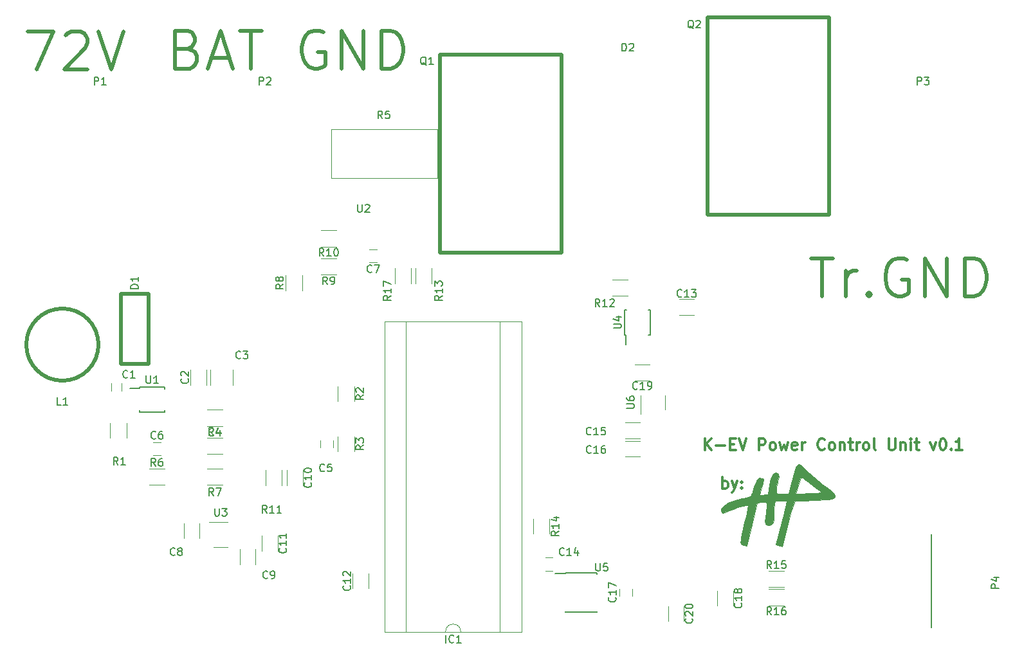
<source format=gto>
G04 #@! TF.FileFunction,Legend,Top*
%FSLAX46Y46*%
G04 Gerber Fmt 4.6, Leading zero omitted, Abs format (unit mm)*
G04 Created by KiCad (PCBNEW 4.0.4-stable) date 04/19/17 19:13:54*
%MOMM*%
%LPD*%
G01*
G04 APERTURE LIST*
%ADD10C,0.100000*%
%ADD11C,0.300000*%
%ADD12C,0.500000*%
%ADD13C,0.200000*%
%ADD14C,0.150000*%
%ADD15C,0.120000*%
%ADD16C,0.010000*%
G04 APERTURE END LIST*
D10*
D11*
X170581000Y-111549571D02*
X170581000Y-110049571D01*
X170581000Y-110621000D02*
X170723857Y-110549571D01*
X171009571Y-110549571D01*
X171152428Y-110621000D01*
X171223857Y-110692429D01*
X171295286Y-110835286D01*
X171295286Y-111263857D01*
X171223857Y-111406714D01*
X171152428Y-111478143D01*
X171009571Y-111549571D01*
X170723857Y-111549571D01*
X170581000Y-111478143D01*
X171795286Y-110549571D02*
X172152429Y-111549571D01*
X172509571Y-110549571D02*
X172152429Y-111549571D01*
X172009571Y-111906714D01*
X171938143Y-111978143D01*
X171795286Y-112049571D01*
X173081000Y-111406714D02*
X173152428Y-111478143D01*
X173081000Y-111549571D01*
X173009571Y-111478143D01*
X173081000Y-111406714D01*
X173081000Y-111549571D01*
X173081000Y-110621000D02*
X173152428Y-110692429D01*
X173081000Y-110763857D01*
X173009571Y-110692429D01*
X173081000Y-110621000D01*
X173081000Y-110763857D01*
X168237429Y-106469571D02*
X168237429Y-104969571D01*
X169094572Y-106469571D02*
X168451715Y-105612429D01*
X169094572Y-104969571D02*
X168237429Y-105826714D01*
X169737429Y-105898143D02*
X170880286Y-105898143D01*
X171594572Y-105683857D02*
X172094572Y-105683857D01*
X172308858Y-106469571D02*
X171594572Y-106469571D01*
X171594572Y-104969571D01*
X172308858Y-104969571D01*
X172737429Y-104969571D02*
X173237429Y-106469571D01*
X173737429Y-104969571D01*
X175380286Y-106469571D02*
X175380286Y-104969571D01*
X175951714Y-104969571D01*
X176094572Y-105041000D01*
X176166000Y-105112429D01*
X176237429Y-105255286D01*
X176237429Y-105469571D01*
X176166000Y-105612429D01*
X176094572Y-105683857D01*
X175951714Y-105755286D01*
X175380286Y-105755286D01*
X177094572Y-106469571D02*
X176951714Y-106398143D01*
X176880286Y-106326714D01*
X176808857Y-106183857D01*
X176808857Y-105755286D01*
X176880286Y-105612429D01*
X176951714Y-105541000D01*
X177094572Y-105469571D01*
X177308857Y-105469571D01*
X177451714Y-105541000D01*
X177523143Y-105612429D01*
X177594572Y-105755286D01*
X177594572Y-106183857D01*
X177523143Y-106326714D01*
X177451714Y-106398143D01*
X177308857Y-106469571D01*
X177094572Y-106469571D01*
X178094572Y-105469571D02*
X178380286Y-106469571D01*
X178666000Y-105755286D01*
X178951715Y-106469571D01*
X179237429Y-105469571D01*
X180380286Y-106398143D02*
X180237429Y-106469571D01*
X179951715Y-106469571D01*
X179808858Y-106398143D01*
X179737429Y-106255286D01*
X179737429Y-105683857D01*
X179808858Y-105541000D01*
X179951715Y-105469571D01*
X180237429Y-105469571D01*
X180380286Y-105541000D01*
X180451715Y-105683857D01*
X180451715Y-105826714D01*
X179737429Y-105969571D01*
X181094572Y-106469571D02*
X181094572Y-105469571D01*
X181094572Y-105755286D02*
X181166000Y-105612429D01*
X181237429Y-105541000D01*
X181380286Y-105469571D01*
X181523143Y-105469571D01*
X184023143Y-106326714D02*
X183951714Y-106398143D01*
X183737428Y-106469571D01*
X183594571Y-106469571D01*
X183380286Y-106398143D01*
X183237428Y-106255286D01*
X183166000Y-106112429D01*
X183094571Y-105826714D01*
X183094571Y-105612429D01*
X183166000Y-105326714D01*
X183237428Y-105183857D01*
X183380286Y-105041000D01*
X183594571Y-104969571D01*
X183737428Y-104969571D01*
X183951714Y-105041000D01*
X184023143Y-105112429D01*
X184880286Y-106469571D02*
X184737428Y-106398143D01*
X184666000Y-106326714D01*
X184594571Y-106183857D01*
X184594571Y-105755286D01*
X184666000Y-105612429D01*
X184737428Y-105541000D01*
X184880286Y-105469571D01*
X185094571Y-105469571D01*
X185237428Y-105541000D01*
X185308857Y-105612429D01*
X185380286Y-105755286D01*
X185380286Y-106183857D01*
X185308857Y-106326714D01*
X185237428Y-106398143D01*
X185094571Y-106469571D01*
X184880286Y-106469571D01*
X186023143Y-105469571D02*
X186023143Y-106469571D01*
X186023143Y-105612429D02*
X186094571Y-105541000D01*
X186237429Y-105469571D01*
X186451714Y-105469571D01*
X186594571Y-105541000D01*
X186666000Y-105683857D01*
X186666000Y-106469571D01*
X187166000Y-105469571D02*
X187737429Y-105469571D01*
X187380286Y-104969571D02*
X187380286Y-106255286D01*
X187451714Y-106398143D01*
X187594572Y-106469571D01*
X187737429Y-106469571D01*
X188237429Y-106469571D02*
X188237429Y-105469571D01*
X188237429Y-105755286D02*
X188308857Y-105612429D01*
X188380286Y-105541000D01*
X188523143Y-105469571D01*
X188666000Y-105469571D01*
X189380286Y-106469571D02*
X189237428Y-106398143D01*
X189166000Y-106326714D01*
X189094571Y-106183857D01*
X189094571Y-105755286D01*
X189166000Y-105612429D01*
X189237428Y-105541000D01*
X189380286Y-105469571D01*
X189594571Y-105469571D01*
X189737428Y-105541000D01*
X189808857Y-105612429D01*
X189880286Y-105755286D01*
X189880286Y-106183857D01*
X189808857Y-106326714D01*
X189737428Y-106398143D01*
X189594571Y-106469571D01*
X189380286Y-106469571D01*
X190737429Y-106469571D02*
X190594571Y-106398143D01*
X190523143Y-106255286D01*
X190523143Y-104969571D01*
X192451714Y-104969571D02*
X192451714Y-106183857D01*
X192523142Y-106326714D01*
X192594571Y-106398143D01*
X192737428Y-106469571D01*
X193023142Y-106469571D01*
X193166000Y-106398143D01*
X193237428Y-106326714D01*
X193308857Y-106183857D01*
X193308857Y-104969571D01*
X194023143Y-105469571D02*
X194023143Y-106469571D01*
X194023143Y-105612429D02*
X194094571Y-105541000D01*
X194237429Y-105469571D01*
X194451714Y-105469571D01*
X194594571Y-105541000D01*
X194666000Y-105683857D01*
X194666000Y-106469571D01*
X195380286Y-106469571D02*
X195380286Y-105469571D01*
X195380286Y-104969571D02*
X195308857Y-105041000D01*
X195380286Y-105112429D01*
X195451714Y-105041000D01*
X195380286Y-104969571D01*
X195380286Y-105112429D01*
X195880286Y-105469571D02*
X196451715Y-105469571D01*
X196094572Y-104969571D02*
X196094572Y-106255286D01*
X196166000Y-106398143D01*
X196308858Y-106469571D01*
X196451715Y-106469571D01*
X197951715Y-105469571D02*
X198308858Y-106469571D01*
X198666000Y-105469571D01*
X199523143Y-104969571D02*
X199666000Y-104969571D01*
X199808857Y-105041000D01*
X199880286Y-105112429D01*
X199951715Y-105255286D01*
X200023143Y-105541000D01*
X200023143Y-105898143D01*
X199951715Y-106183857D01*
X199880286Y-106326714D01*
X199808857Y-106398143D01*
X199666000Y-106469571D01*
X199523143Y-106469571D01*
X199380286Y-106398143D01*
X199308857Y-106326714D01*
X199237429Y-106183857D01*
X199166000Y-105898143D01*
X199166000Y-105541000D01*
X199237429Y-105255286D01*
X199308857Y-105112429D01*
X199380286Y-105041000D01*
X199523143Y-104969571D01*
X200666000Y-106326714D02*
X200737428Y-106398143D01*
X200666000Y-106469571D01*
X200594571Y-106398143D01*
X200666000Y-106326714D01*
X200666000Y-106469571D01*
X202166000Y-106469571D02*
X201308857Y-106469571D01*
X201737429Y-106469571D02*
X201737429Y-104969571D01*
X201594572Y-105183857D01*
X201451714Y-105326714D01*
X201308857Y-105398143D01*
D12*
X182270286Y-81208905D02*
X185127429Y-81208905D01*
X183698858Y-86208905D02*
X183698858Y-81208905D01*
X186794096Y-86208905D02*
X186794096Y-82875571D01*
X186794096Y-83827952D02*
X187032191Y-83351762D01*
X187270287Y-83113667D01*
X187746477Y-82875571D01*
X188222668Y-82875571D01*
X189889334Y-85732714D02*
X190127429Y-85970810D01*
X189889334Y-86208905D01*
X189651239Y-85970810D01*
X189889334Y-85732714D01*
X189889334Y-86208905D01*
X194889334Y-81447000D02*
X194413143Y-81208905D01*
X193698858Y-81208905D01*
X192984572Y-81447000D01*
X192508381Y-81923190D01*
X192270286Y-82399381D01*
X192032191Y-83351762D01*
X192032191Y-84066048D01*
X192270286Y-85018429D01*
X192508381Y-85494619D01*
X192984572Y-85970810D01*
X193698858Y-86208905D01*
X194175048Y-86208905D01*
X194889334Y-85970810D01*
X195127429Y-85732714D01*
X195127429Y-84066048D01*
X194175048Y-84066048D01*
X197270286Y-86208905D02*
X197270286Y-81208905D01*
X200127429Y-86208905D01*
X200127429Y-81208905D01*
X202508381Y-86208905D02*
X202508381Y-81208905D01*
X203698857Y-81208905D01*
X204413143Y-81447000D01*
X204889334Y-81923190D01*
X205127429Y-82399381D01*
X205365524Y-83351762D01*
X205365524Y-84066048D01*
X205127429Y-85018429D01*
X204889334Y-85494619D01*
X204413143Y-85970810D01*
X203698857Y-86208905D01*
X202508381Y-86208905D01*
X79153524Y-51363905D02*
X82486857Y-51363905D01*
X80344000Y-56363905D01*
X84153524Y-51840095D02*
X84391619Y-51602000D01*
X84867810Y-51363905D01*
X86058286Y-51363905D01*
X86534476Y-51602000D01*
X86772572Y-51840095D01*
X87010667Y-52316286D01*
X87010667Y-52792476D01*
X86772572Y-53506762D01*
X83915429Y-56363905D01*
X87010667Y-56363905D01*
X88439238Y-51363905D02*
X90105905Y-56363905D01*
X91772572Y-51363905D01*
X100196715Y-53617857D02*
X100911001Y-53855952D01*
X101149096Y-54094048D01*
X101387191Y-54570238D01*
X101387191Y-55284524D01*
X101149096Y-55760714D01*
X100911001Y-55998810D01*
X100434810Y-56236905D01*
X98530048Y-56236905D01*
X98530048Y-51236905D01*
X100196715Y-51236905D01*
X100672905Y-51475000D01*
X100911001Y-51713095D01*
X101149096Y-52189286D01*
X101149096Y-52665476D01*
X100911001Y-53141667D01*
X100672905Y-53379762D01*
X100196715Y-53617857D01*
X98530048Y-53617857D01*
X103291953Y-54808333D02*
X105672905Y-54808333D01*
X102815762Y-56236905D02*
X104482429Y-51236905D01*
X106149096Y-56236905D01*
X107101476Y-51236905D02*
X109958619Y-51236905D01*
X108530048Y-56236905D02*
X108530048Y-51236905D01*
X118053858Y-51475000D02*
X117577667Y-51236905D01*
X116863382Y-51236905D01*
X116149096Y-51475000D01*
X115672905Y-51951190D01*
X115434810Y-52427381D01*
X115196715Y-53379762D01*
X115196715Y-54094048D01*
X115434810Y-55046429D01*
X115672905Y-55522619D01*
X116149096Y-55998810D01*
X116863382Y-56236905D01*
X117339572Y-56236905D01*
X118053858Y-55998810D01*
X118291953Y-55760714D01*
X118291953Y-54094048D01*
X117339572Y-54094048D01*
X120434810Y-56236905D02*
X120434810Y-51236905D01*
X123291953Y-56236905D01*
X123291953Y-51236905D01*
X125672905Y-56236905D02*
X125672905Y-51236905D01*
X126863381Y-51236905D01*
X127577667Y-51475000D01*
X128053858Y-51951190D01*
X128291953Y-52427381D01*
X128530048Y-53379762D01*
X128530048Y-54094048D01*
X128291953Y-55046429D01*
X128053858Y-55522619D01*
X127577667Y-55998810D01*
X126863381Y-56236905D01*
X125672905Y-56236905D01*
D13*
X198071000Y-129798000D02*
X198071000Y-117598000D01*
D14*
X93829000Y-98147000D02*
X93829000Y-98322000D01*
X97179000Y-98147000D02*
X97179000Y-98397000D01*
X97179000Y-101497000D02*
X97179000Y-101247000D01*
X93829000Y-101497000D02*
X93829000Y-101247000D01*
X93829000Y-98147000D02*
X97179000Y-98147000D01*
X93829000Y-101497000D02*
X97179000Y-101497000D01*
X93829000Y-98322000D02*
X92579000Y-98322000D01*
X157710000Y-91337000D02*
X157885000Y-91337000D01*
X157710000Y-87987000D02*
X157960000Y-87987000D01*
X161060000Y-87987000D02*
X160810000Y-87987000D01*
X161060000Y-91337000D02*
X160810000Y-91337000D01*
X157710000Y-91337000D02*
X157710000Y-87987000D01*
X161060000Y-91337000D02*
X161060000Y-87987000D01*
X157885000Y-91337000D02*
X157885000Y-92587000D01*
D15*
X90125000Y-98671000D02*
X90125000Y-97671000D01*
X91485000Y-97671000D02*
X91485000Y-98671000D01*
D12*
X95018000Y-85883000D02*
X91418000Y-85883000D01*
X91418000Y-85983000D02*
X91418000Y-95083000D01*
X91418000Y-95083000D02*
X95018000Y-95083000D01*
X95018000Y-95083000D02*
X95018000Y-85983000D01*
D15*
X136130000Y-130390000D02*
X141310000Y-130390000D01*
X141310000Y-130390000D02*
X141310000Y-89510000D01*
X141310000Y-89510000D02*
X128950000Y-89510000D01*
X128950000Y-89510000D02*
X128950000Y-130390000D01*
X128950000Y-130390000D02*
X134130000Y-130390000D01*
X144140000Y-130390000D02*
X144140000Y-89510000D01*
X144140000Y-89510000D02*
X126120000Y-89510000D01*
X126120000Y-89510000D02*
X126120000Y-130390000D01*
X126120000Y-130390000D02*
X144140000Y-130390000D01*
X134130000Y-130390000D02*
G75*
G02X136130000Y-130390000I1000000J0D01*
G01*
D12*
X88443000Y-92583000D02*
G75*
G03X88443000Y-92583000I-4750000J0D01*
G01*
X149386000Y-54437000D02*
X133386000Y-54437000D01*
X133386000Y-80437000D02*
X149386000Y-80437000D01*
X133386000Y-80437000D02*
X133386000Y-54437000D01*
X149386000Y-80437000D02*
X149386000Y-54437000D01*
X168622000Y-75484000D02*
X184622000Y-75484000D01*
X184622000Y-49484000D02*
X168622000Y-49484000D01*
X184622000Y-49484000D02*
X184622000Y-75484000D01*
X168622000Y-49484000D02*
X168622000Y-75484000D01*
D15*
X89989000Y-104886000D02*
X89989000Y-102886000D01*
X92129000Y-102886000D02*
X92129000Y-104886000D01*
X119961000Y-100060000D02*
X119961000Y-98060000D01*
X122101000Y-98060000D02*
X122101000Y-100060000D01*
X119961000Y-106664000D02*
X119961000Y-104664000D01*
X122101000Y-104664000D02*
X122101000Y-106664000D01*
X102759000Y-101165000D02*
X104759000Y-101165000D01*
X104759000Y-103305000D02*
X102759000Y-103305000D01*
X133060000Y-64187000D02*
X119060000Y-64187000D01*
X133060000Y-70687000D02*
X119060000Y-70687000D01*
X119060000Y-70687000D02*
X119060000Y-64187000D01*
X133060000Y-64187000D02*
X133060000Y-70687000D01*
X97139000Y-111052000D02*
X95139000Y-111052000D01*
X95139000Y-108912000D02*
X97139000Y-108912000D01*
X104759000Y-111052000D02*
X102759000Y-111052000D01*
X102759000Y-108912000D02*
X104759000Y-108912000D01*
X115243000Y-83455000D02*
X115243000Y-85455000D01*
X113103000Y-85455000D02*
X113103000Y-83455000D01*
X119745000Y-83366000D02*
X117745000Y-83366000D01*
X117745000Y-81226000D02*
X119745000Y-81226000D01*
X117745000Y-77543000D02*
X119745000Y-77543000D01*
X119745000Y-79683000D02*
X117745000Y-79683000D01*
X110436000Y-111109000D02*
X110436000Y-109109000D01*
X112576000Y-109109000D02*
X112576000Y-111109000D01*
X156099000Y-84020000D02*
X158099000Y-84020000D01*
X158099000Y-86160000D02*
X156099000Y-86160000D01*
X130180000Y-84500000D02*
X130180000Y-82500000D01*
X132320000Y-82500000D02*
X132320000Y-84500000D01*
X145680000Y-117500000D02*
X145680000Y-115500000D01*
X147820000Y-115500000D02*
X147820000Y-117500000D01*
X178673000Y-124514000D02*
X176673000Y-124514000D01*
X176673000Y-122374000D02*
X178673000Y-122374000D01*
X176673000Y-124787000D02*
X178673000Y-124787000D01*
X178673000Y-126927000D02*
X176673000Y-126927000D01*
X103621000Y-119212000D02*
X105421000Y-119212000D01*
X105421000Y-115992000D02*
X102971000Y-115992000D01*
D14*
X149925000Y-122675000D02*
X149925000Y-122725000D01*
X154075000Y-122675000D02*
X154075000Y-122820000D01*
X154075000Y-127825000D02*
X154075000Y-127680000D01*
X149925000Y-127825000D02*
X149925000Y-127680000D01*
X149925000Y-122675000D02*
X154075000Y-122675000D01*
X149925000Y-127825000D02*
X154075000Y-127825000D01*
X149925000Y-122725000D02*
X148525000Y-122725000D01*
D15*
X127430000Y-84500000D02*
X127430000Y-82500000D01*
X129570000Y-82500000D02*
X129570000Y-84500000D01*
X163027000Y-101103000D02*
X163027000Y-99303000D01*
X159807000Y-99303000D02*
X159807000Y-101753000D01*
D16*
G36*
X180945149Y-108478943D02*
X181310643Y-108847644D01*
X181473844Y-109030140D01*
X181827641Y-109377128D01*
X182379196Y-109856808D01*
X183051266Y-110404218D01*
X183724075Y-110922637D01*
X184471913Y-111495978D01*
X184973381Y-111918213D01*
X185264797Y-112224735D01*
X185382483Y-112450937D01*
X185387670Y-112543737D01*
X185284335Y-112774330D01*
X184987113Y-112904322D01*
X184574315Y-112962201D01*
X183912590Y-113014251D01*
X183132518Y-113062019D01*
X182312970Y-113102387D01*
X181532809Y-113132243D01*
X180870904Y-113148471D01*
X180406121Y-113147954D01*
X180230628Y-113133781D01*
X180134363Y-113182809D01*
X180014631Y-113400698D01*
X179859379Y-113822476D01*
X179656553Y-114483169D01*
X179394099Y-115417804D01*
X179208751Y-116103145D01*
X178397957Y-119129068D01*
X177580140Y-118909934D01*
X178347107Y-116047574D01*
X178589777Y-115119479D01*
X178788989Y-114313754D01*
X178932616Y-113683249D01*
X179008526Y-113280816D01*
X179010378Y-113157429D01*
X178789943Y-113144568D01*
X178365644Y-113146274D01*
X178207322Y-113150139D01*
X177507963Y-113170634D01*
X177376698Y-114110894D01*
X177322293Y-114674580D01*
X177322377Y-115121361D01*
X177354712Y-115292388D01*
X177360002Y-115603691D01*
X177221471Y-116001741D01*
X176977576Y-116330301D01*
X176678607Y-116385427D01*
X176592691Y-116366361D01*
X176342467Y-116276528D01*
X176201608Y-116126854D01*
X176159685Y-115849184D01*
X176206275Y-115375363D01*
X176329445Y-114645611D01*
X176438571Y-113952351D01*
X176441896Y-113533275D01*
X176310129Y-113332658D01*
X176013975Y-113294774D01*
X175644825Y-113343212D01*
X175159895Y-113424321D01*
X174458299Y-116268533D01*
X173756702Y-119112743D01*
X173329153Y-118998107D01*
X173072041Y-118891931D01*
X172967226Y-118691030D01*
X172977735Y-118293872D01*
X173000928Y-118096737D01*
X173087923Y-117596041D01*
X173242276Y-116880845D01*
X173438996Y-116062483D01*
X173576228Y-115533634D01*
X173761135Y-114813602D01*
X173895964Y-114229273D01*
X173966172Y-113847963D01*
X173964985Y-113733894D01*
X173656456Y-113747012D01*
X173146614Y-113855936D01*
X172547471Y-114027934D01*
X171971041Y-114230278D01*
X171529338Y-114430238D01*
X171476908Y-114460897D01*
X170931043Y-114722962D01*
X170560227Y-114744744D01*
X170393790Y-114533042D01*
X170422987Y-114216613D01*
X170704933Y-113794341D01*
X171314568Y-113415810D01*
X172255020Y-113079483D01*
X173207903Y-112848026D01*
X173821209Y-112707990D01*
X174183811Y-112574032D01*
X174378916Y-112395692D01*
X174489734Y-112122514D01*
X174506898Y-112060323D01*
X174668400Y-111551149D01*
X174891612Y-110951440D01*
X174960895Y-110782041D01*
X175172145Y-110337556D01*
X175357259Y-110146471D01*
X175592888Y-110139494D01*
X175654922Y-110154656D01*
X175857759Y-110232407D01*
X175942896Y-110378291D01*
X175917635Y-110673566D01*
X175789277Y-111199491D01*
X175759005Y-111312920D01*
X175476411Y-112367574D01*
X176590809Y-112285372D01*
X176781403Y-111130628D01*
X176952226Y-110287108D01*
X177143423Y-109749727D01*
X177371927Y-109485980D01*
X177650416Y-109462199D01*
X177897147Y-109628843D01*
X177972789Y-109982585D01*
X177883967Y-110573016D01*
X177828489Y-110795226D01*
X177711772Y-111325794D01*
X177650770Y-111777227D01*
X177648190Y-111850154D01*
X177673321Y-112074280D01*
X177807554Y-112185312D01*
X178139492Y-112224588D01*
X178464151Y-112230845D01*
X179279965Y-112238974D01*
X179644752Y-110845974D01*
X180552250Y-111089137D01*
X180242871Y-112243756D01*
X181085756Y-112205769D01*
X181804468Y-112174164D01*
X182577650Y-112141282D01*
X182796505Y-112132225D01*
X183664368Y-112096669D01*
X182444079Y-111157608D01*
X181881864Y-110724681D01*
X181412122Y-110362446D01*
X181106832Y-110126430D01*
X181042710Y-110076533D01*
X180919389Y-110087169D01*
X180782290Y-110338800D01*
X180611883Y-110871742D01*
X180552250Y-111089137D01*
X179644752Y-110845974D01*
X179802219Y-110244656D01*
X180051097Y-109329227D01*
X180256359Y-108719259D01*
X180451476Y-108390434D01*
X180669915Y-108318434D01*
X180945149Y-108478943D01*
X180945149Y-108478943D01*
G37*
X180945149Y-108478943D02*
X181310643Y-108847644D01*
X181473844Y-109030140D01*
X181827641Y-109377128D01*
X182379196Y-109856808D01*
X183051266Y-110404218D01*
X183724075Y-110922637D01*
X184471913Y-111495978D01*
X184973381Y-111918213D01*
X185264797Y-112224735D01*
X185382483Y-112450937D01*
X185387670Y-112543737D01*
X185284335Y-112774330D01*
X184987113Y-112904322D01*
X184574315Y-112962201D01*
X183912590Y-113014251D01*
X183132518Y-113062019D01*
X182312970Y-113102387D01*
X181532809Y-113132243D01*
X180870904Y-113148471D01*
X180406121Y-113147954D01*
X180230628Y-113133781D01*
X180134363Y-113182809D01*
X180014631Y-113400698D01*
X179859379Y-113822476D01*
X179656553Y-114483169D01*
X179394099Y-115417804D01*
X179208751Y-116103145D01*
X178397957Y-119129068D01*
X177580140Y-118909934D01*
X178347107Y-116047574D01*
X178589777Y-115119479D01*
X178788989Y-114313754D01*
X178932616Y-113683249D01*
X179008526Y-113280816D01*
X179010378Y-113157429D01*
X178789943Y-113144568D01*
X178365644Y-113146274D01*
X178207322Y-113150139D01*
X177507963Y-113170634D01*
X177376698Y-114110894D01*
X177322293Y-114674580D01*
X177322377Y-115121361D01*
X177354712Y-115292388D01*
X177360002Y-115603691D01*
X177221471Y-116001741D01*
X176977576Y-116330301D01*
X176678607Y-116385427D01*
X176592691Y-116366361D01*
X176342467Y-116276528D01*
X176201608Y-116126854D01*
X176159685Y-115849184D01*
X176206275Y-115375363D01*
X176329445Y-114645611D01*
X176438571Y-113952351D01*
X176441896Y-113533275D01*
X176310129Y-113332658D01*
X176013975Y-113294774D01*
X175644825Y-113343212D01*
X175159895Y-113424321D01*
X174458299Y-116268533D01*
X173756702Y-119112743D01*
X173329153Y-118998107D01*
X173072041Y-118891931D01*
X172967226Y-118691030D01*
X172977735Y-118293872D01*
X173000928Y-118096737D01*
X173087923Y-117596041D01*
X173242276Y-116880845D01*
X173438996Y-116062483D01*
X173576228Y-115533634D01*
X173761135Y-114813602D01*
X173895964Y-114229273D01*
X173966172Y-113847963D01*
X173964985Y-113733894D01*
X173656456Y-113747012D01*
X173146614Y-113855936D01*
X172547471Y-114027934D01*
X171971041Y-114230278D01*
X171529338Y-114430238D01*
X171476908Y-114460897D01*
X170931043Y-114722962D01*
X170560227Y-114744744D01*
X170393790Y-114533042D01*
X170422987Y-114216613D01*
X170704933Y-113794341D01*
X171314568Y-113415810D01*
X172255020Y-113079483D01*
X173207903Y-112848026D01*
X173821209Y-112707990D01*
X174183811Y-112574032D01*
X174378916Y-112395692D01*
X174489734Y-112122514D01*
X174506898Y-112060323D01*
X174668400Y-111551149D01*
X174891612Y-110951440D01*
X174960895Y-110782041D01*
X175172145Y-110337556D01*
X175357259Y-110146471D01*
X175592888Y-110139494D01*
X175654922Y-110154656D01*
X175857759Y-110232407D01*
X175942896Y-110378291D01*
X175917635Y-110673566D01*
X175789277Y-111199491D01*
X175759005Y-111312920D01*
X175476411Y-112367574D01*
X176590809Y-112285372D01*
X176781403Y-111130628D01*
X176952226Y-110287108D01*
X177143423Y-109749727D01*
X177371927Y-109485980D01*
X177650416Y-109462199D01*
X177897147Y-109628843D01*
X177972789Y-109982585D01*
X177883967Y-110573016D01*
X177828489Y-110795226D01*
X177711772Y-111325794D01*
X177650770Y-111777227D01*
X177648190Y-111850154D01*
X177673321Y-112074280D01*
X177807554Y-112185312D01*
X178139492Y-112224588D01*
X178464151Y-112230845D01*
X179279965Y-112238974D01*
X179644752Y-110845974D01*
X180552250Y-111089137D01*
X180242871Y-112243756D01*
X181085756Y-112205769D01*
X181804468Y-112174164D01*
X182577650Y-112141282D01*
X182796505Y-112132225D01*
X183664368Y-112096669D01*
X182444079Y-111157608D01*
X181881864Y-110724681D01*
X181412122Y-110362446D01*
X181106832Y-110126430D01*
X181042710Y-110076533D01*
X180919389Y-110087169D01*
X180782290Y-110338800D01*
X180611883Y-110871742D01*
X180552250Y-111089137D01*
X179644752Y-110845974D01*
X179802219Y-110244656D01*
X180051097Y-109329227D01*
X180256359Y-108719259D01*
X180451476Y-108390434D01*
X180669915Y-108318434D01*
X180945149Y-108478943D01*
D15*
X124087000Y-81749000D02*
X125087000Y-81749000D01*
X125087000Y-80049000D02*
X124087000Y-80049000D01*
X119341000Y-106164000D02*
X119341000Y-105164000D01*
X117641000Y-105164000D02*
X117641000Y-106164000D01*
X100580000Y-95901000D02*
X100580000Y-97901000D01*
X102620000Y-97901000D02*
X102620000Y-95901000D01*
X103168000Y-95901000D02*
X103168000Y-97901000D01*
X106128000Y-97901000D02*
X106128000Y-95901000D01*
X96639000Y-105449000D02*
X95639000Y-105449000D01*
X95639000Y-107149000D02*
X96639000Y-107149000D01*
X104759000Y-104898000D02*
X102759000Y-104898000D01*
X102759000Y-106938000D02*
X104759000Y-106938000D01*
X101731000Y-118094000D02*
X101731000Y-116094000D01*
X99691000Y-116094000D02*
X99691000Y-118094000D01*
X109097000Y-121523000D02*
X109097000Y-119523000D01*
X107057000Y-119523000D02*
X107057000Y-121523000D01*
X112018000Y-119745000D02*
X112018000Y-117745000D01*
X109978000Y-117745000D02*
X109978000Y-119745000D01*
X121916000Y-122698000D02*
X121916000Y-124698000D01*
X123956000Y-124698000D02*
X123956000Y-122698000D01*
X115320000Y-111109000D02*
X115320000Y-109109000D01*
X113280000Y-109109000D02*
X113280000Y-111109000D01*
X148250000Y-120650000D02*
X147250000Y-120650000D01*
X147250000Y-122350000D02*
X148250000Y-122350000D01*
X157011000Y-124722000D02*
X157011000Y-125722000D01*
X158711000Y-125722000D02*
X158711000Y-124722000D01*
X165485000Y-129016000D02*
X165485000Y-127016000D01*
X163445000Y-127016000D02*
X163445000Y-129016000D01*
X171962000Y-126984000D02*
X171962000Y-124984000D01*
X169922000Y-124984000D02*
X169922000Y-126984000D01*
X159750000Y-105279000D02*
X157750000Y-105279000D01*
X157750000Y-107319000D02*
X159750000Y-107319000D01*
X159750000Y-102866000D02*
X157750000Y-102866000D01*
X157750000Y-104906000D02*
X159750000Y-104906000D01*
X159020000Y-97286000D02*
X161020000Y-97286000D01*
X161020000Y-95246000D02*
X159020000Y-95246000D01*
X166862000Y-86610000D02*
X164862000Y-86610000D01*
X164862000Y-88650000D02*
X166862000Y-88650000D01*
D14*
X206973381Y-124686095D02*
X205973381Y-124686095D01*
X205973381Y-124305142D01*
X206021000Y-124209904D01*
X206068619Y-124162285D01*
X206163857Y-124114666D01*
X206306714Y-124114666D01*
X206401952Y-124162285D01*
X206449571Y-124209904D01*
X206497190Y-124305142D01*
X206497190Y-124686095D01*
X206306714Y-123257523D02*
X206973381Y-123257523D01*
X205925762Y-123495619D02*
X206640048Y-123733714D01*
X206640048Y-123114666D01*
X94742095Y-96674381D02*
X94742095Y-97483905D01*
X94789714Y-97579143D01*
X94837333Y-97626762D01*
X94932571Y-97674381D01*
X95123048Y-97674381D01*
X95218286Y-97626762D01*
X95265905Y-97579143D01*
X95313524Y-97483905D01*
X95313524Y-96674381D01*
X96313524Y-97674381D02*
X95742095Y-97674381D01*
X96027809Y-97674381D02*
X96027809Y-96674381D01*
X95932571Y-96817238D01*
X95837333Y-96912476D01*
X95742095Y-96960095D01*
X156237381Y-90423905D02*
X157046905Y-90423905D01*
X157142143Y-90376286D01*
X157189762Y-90328667D01*
X157237381Y-90233429D01*
X157237381Y-90042952D01*
X157189762Y-89947714D01*
X157142143Y-89900095D01*
X157046905Y-89852476D01*
X156237381Y-89852476D01*
X156570714Y-88947714D02*
X157237381Y-88947714D01*
X156189762Y-89185810D02*
X156904048Y-89423905D01*
X156904048Y-88804857D01*
X92289334Y-96877143D02*
X92241715Y-96924762D01*
X92098858Y-96972381D01*
X92003620Y-96972381D01*
X91860762Y-96924762D01*
X91765524Y-96829524D01*
X91717905Y-96734286D01*
X91670286Y-96543810D01*
X91670286Y-96400952D01*
X91717905Y-96210476D01*
X91765524Y-96115238D01*
X91860762Y-96020000D01*
X92003620Y-95972381D01*
X92098858Y-95972381D01*
X92241715Y-96020000D01*
X92289334Y-96067619D01*
X93241715Y-96972381D02*
X92670286Y-96972381D01*
X92956000Y-96972381D02*
X92956000Y-95972381D01*
X92860762Y-96115238D01*
X92765524Y-96210476D01*
X92670286Y-96258095D01*
X93670381Y-85193095D02*
X92670381Y-85193095D01*
X92670381Y-84955000D01*
X92718000Y-84812142D01*
X92813238Y-84716904D01*
X92908476Y-84669285D01*
X93098952Y-84621666D01*
X93241810Y-84621666D01*
X93432286Y-84669285D01*
X93527524Y-84716904D01*
X93622762Y-84812142D01*
X93670381Y-84955000D01*
X93670381Y-85193095D01*
X93670381Y-83669285D02*
X93670381Y-84240714D01*
X93670381Y-83955000D02*
X92670381Y-83955000D01*
X92813238Y-84050238D01*
X92908476Y-84145476D01*
X92956095Y-84240714D01*
X157376905Y-53919381D02*
X157376905Y-52919381D01*
X157615000Y-52919381D01*
X157757858Y-52967000D01*
X157853096Y-53062238D01*
X157900715Y-53157476D01*
X157948334Y-53347952D01*
X157948334Y-53490810D01*
X157900715Y-53681286D01*
X157853096Y-53776524D01*
X157757858Y-53871762D01*
X157615000Y-53919381D01*
X157376905Y-53919381D01*
X158329286Y-53014619D02*
X158376905Y-52967000D01*
X158472143Y-52919381D01*
X158710239Y-52919381D01*
X158805477Y-52967000D01*
X158853096Y-53014619D01*
X158900715Y-53109857D01*
X158900715Y-53205095D01*
X158853096Y-53347952D01*
X158281667Y-53919381D01*
X158900715Y-53919381D01*
X134153810Y-131842381D02*
X134153810Y-130842381D01*
X135201429Y-131747143D02*
X135153810Y-131794762D01*
X135010953Y-131842381D01*
X134915715Y-131842381D01*
X134772857Y-131794762D01*
X134677619Y-131699524D01*
X134630000Y-131604286D01*
X134582381Y-131413810D01*
X134582381Y-131270952D01*
X134630000Y-131080476D01*
X134677619Y-130985238D01*
X134772857Y-130890000D01*
X134915715Y-130842381D01*
X135010953Y-130842381D01*
X135153810Y-130890000D01*
X135201429Y-130937619D01*
X136153810Y-131842381D02*
X135582381Y-131842381D01*
X135868095Y-131842381D02*
X135868095Y-130842381D01*
X135772857Y-130985238D01*
X135677619Y-131080476D01*
X135582381Y-131128095D01*
X83526334Y-100535381D02*
X83050143Y-100535381D01*
X83050143Y-99535381D01*
X84383477Y-100535381D02*
X83812048Y-100535381D01*
X84097762Y-100535381D02*
X84097762Y-99535381D01*
X84002524Y-99678238D01*
X83907286Y-99773476D01*
X83812048Y-99821095D01*
X87907905Y-58362381D02*
X87907905Y-57362381D01*
X88288858Y-57362381D01*
X88384096Y-57410000D01*
X88431715Y-57457619D01*
X88479334Y-57552857D01*
X88479334Y-57695714D01*
X88431715Y-57790952D01*
X88384096Y-57838571D01*
X88288858Y-57886190D01*
X87907905Y-57886190D01*
X89431715Y-58362381D02*
X88860286Y-58362381D01*
X89146000Y-58362381D02*
X89146000Y-57362381D01*
X89050762Y-57505238D01*
X88955524Y-57600476D01*
X88860286Y-57648095D01*
X109624905Y-58362381D02*
X109624905Y-57362381D01*
X110005858Y-57362381D01*
X110101096Y-57410000D01*
X110148715Y-57457619D01*
X110196334Y-57552857D01*
X110196334Y-57695714D01*
X110148715Y-57790952D01*
X110101096Y-57838571D01*
X110005858Y-57886190D01*
X109624905Y-57886190D01*
X110577286Y-57457619D02*
X110624905Y-57410000D01*
X110720143Y-57362381D01*
X110958239Y-57362381D01*
X111053477Y-57410000D01*
X111101096Y-57457619D01*
X111148715Y-57552857D01*
X111148715Y-57648095D01*
X111101096Y-57790952D01*
X110529667Y-58362381D01*
X111148715Y-58362381D01*
X196238905Y-58362381D02*
X196238905Y-57362381D01*
X196619858Y-57362381D01*
X196715096Y-57410000D01*
X196762715Y-57457619D01*
X196810334Y-57552857D01*
X196810334Y-57695714D01*
X196762715Y-57790952D01*
X196715096Y-57838571D01*
X196619858Y-57886190D01*
X196238905Y-57886190D01*
X197143667Y-57362381D02*
X197762715Y-57362381D01*
X197429381Y-57743333D01*
X197572239Y-57743333D01*
X197667477Y-57790952D01*
X197715096Y-57838571D01*
X197762715Y-57933810D01*
X197762715Y-58171905D01*
X197715096Y-58267143D01*
X197667477Y-58314762D01*
X197572239Y-58362381D01*
X197286524Y-58362381D01*
X197191286Y-58314762D01*
X197143667Y-58267143D01*
X131603762Y-55792619D02*
X131508524Y-55745000D01*
X131413286Y-55649762D01*
X131270429Y-55506905D01*
X131175190Y-55459286D01*
X131079952Y-55459286D01*
X131127571Y-55697381D02*
X131032333Y-55649762D01*
X130937095Y-55554524D01*
X130889476Y-55364048D01*
X130889476Y-55030714D01*
X130937095Y-54840238D01*
X131032333Y-54745000D01*
X131127571Y-54697381D01*
X131318048Y-54697381D01*
X131413286Y-54745000D01*
X131508524Y-54840238D01*
X131556143Y-55030714D01*
X131556143Y-55364048D01*
X131508524Y-55554524D01*
X131413286Y-55649762D01*
X131318048Y-55697381D01*
X131127571Y-55697381D01*
X132508524Y-55697381D02*
X131937095Y-55697381D01*
X132222809Y-55697381D02*
X132222809Y-54697381D01*
X132127571Y-54840238D01*
X132032333Y-54935476D01*
X131937095Y-54983095D01*
X166782762Y-50966619D02*
X166687524Y-50919000D01*
X166592286Y-50823762D01*
X166449429Y-50680905D01*
X166354190Y-50633286D01*
X166258952Y-50633286D01*
X166306571Y-50871381D02*
X166211333Y-50823762D01*
X166116095Y-50728524D01*
X166068476Y-50538048D01*
X166068476Y-50204714D01*
X166116095Y-50014238D01*
X166211333Y-49919000D01*
X166306571Y-49871381D01*
X166497048Y-49871381D01*
X166592286Y-49919000D01*
X166687524Y-50014238D01*
X166735143Y-50204714D01*
X166735143Y-50538048D01*
X166687524Y-50728524D01*
X166592286Y-50823762D01*
X166497048Y-50871381D01*
X166306571Y-50871381D01*
X167116095Y-49966619D02*
X167163714Y-49919000D01*
X167258952Y-49871381D01*
X167497048Y-49871381D01*
X167592286Y-49919000D01*
X167639905Y-49966619D01*
X167687524Y-50061857D01*
X167687524Y-50157095D01*
X167639905Y-50299952D01*
X167068476Y-50871381D01*
X167687524Y-50871381D01*
X91019334Y-108402381D02*
X90686000Y-107926190D01*
X90447905Y-108402381D02*
X90447905Y-107402381D01*
X90828858Y-107402381D01*
X90924096Y-107450000D01*
X90971715Y-107497619D01*
X91019334Y-107592857D01*
X91019334Y-107735714D01*
X90971715Y-107830952D01*
X90924096Y-107878571D01*
X90828858Y-107926190D01*
X90447905Y-107926190D01*
X91971715Y-108402381D02*
X91400286Y-108402381D01*
X91686000Y-108402381D02*
X91686000Y-107402381D01*
X91590762Y-107545238D01*
X91495524Y-107640476D01*
X91400286Y-107688095D01*
X123333381Y-99226666D02*
X122857190Y-99560000D01*
X123333381Y-99798095D02*
X122333381Y-99798095D01*
X122333381Y-99417142D01*
X122381000Y-99321904D01*
X122428619Y-99274285D01*
X122523857Y-99226666D01*
X122666714Y-99226666D01*
X122761952Y-99274285D01*
X122809571Y-99321904D01*
X122857190Y-99417142D01*
X122857190Y-99798095D01*
X122428619Y-98845714D02*
X122381000Y-98798095D01*
X122333381Y-98702857D01*
X122333381Y-98464761D01*
X122381000Y-98369523D01*
X122428619Y-98321904D01*
X122523857Y-98274285D01*
X122619095Y-98274285D01*
X122761952Y-98321904D01*
X123333381Y-98893333D01*
X123333381Y-98274285D01*
X123333381Y-105830666D02*
X122857190Y-106164000D01*
X123333381Y-106402095D02*
X122333381Y-106402095D01*
X122333381Y-106021142D01*
X122381000Y-105925904D01*
X122428619Y-105878285D01*
X122523857Y-105830666D01*
X122666714Y-105830666D01*
X122761952Y-105878285D01*
X122809571Y-105925904D01*
X122857190Y-106021142D01*
X122857190Y-106402095D01*
X122333381Y-105497333D02*
X122333381Y-104878285D01*
X122714333Y-105211619D01*
X122714333Y-105068761D01*
X122761952Y-104973523D01*
X122809571Y-104925904D01*
X122904810Y-104878285D01*
X123142905Y-104878285D01*
X123238143Y-104925904D01*
X123285762Y-104973523D01*
X123333381Y-105068761D01*
X123333381Y-105354476D01*
X123285762Y-105449714D01*
X123238143Y-105497333D01*
X103592334Y-104537381D02*
X103259000Y-104061190D01*
X103020905Y-104537381D02*
X103020905Y-103537381D01*
X103401858Y-103537381D01*
X103497096Y-103585000D01*
X103544715Y-103632619D01*
X103592334Y-103727857D01*
X103592334Y-103870714D01*
X103544715Y-103965952D01*
X103497096Y-104013571D01*
X103401858Y-104061190D01*
X103020905Y-104061190D01*
X104449477Y-103870714D02*
X104449477Y-104537381D01*
X104211381Y-103489762D02*
X103973286Y-104204048D01*
X104592334Y-104204048D01*
X125817334Y-62809381D02*
X125484000Y-62333190D01*
X125245905Y-62809381D02*
X125245905Y-61809381D01*
X125626858Y-61809381D01*
X125722096Y-61857000D01*
X125769715Y-61904619D01*
X125817334Y-61999857D01*
X125817334Y-62142714D01*
X125769715Y-62237952D01*
X125722096Y-62285571D01*
X125626858Y-62333190D01*
X125245905Y-62333190D01*
X126722096Y-61809381D02*
X126245905Y-61809381D01*
X126198286Y-62285571D01*
X126245905Y-62237952D01*
X126341143Y-62190333D01*
X126579239Y-62190333D01*
X126674477Y-62237952D01*
X126722096Y-62285571D01*
X126769715Y-62380810D01*
X126769715Y-62618905D01*
X126722096Y-62714143D01*
X126674477Y-62761762D01*
X126579239Y-62809381D01*
X126341143Y-62809381D01*
X126245905Y-62761762D01*
X126198286Y-62714143D01*
X95972334Y-108584381D02*
X95639000Y-108108190D01*
X95400905Y-108584381D02*
X95400905Y-107584381D01*
X95781858Y-107584381D01*
X95877096Y-107632000D01*
X95924715Y-107679619D01*
X95972334Y-107774857D01*
X95972334Y-107917714D01*
X95924715Y-108012952D01*
X95877096Y-108060571D01*
X95781858Y-108108190D01*
X95400905Y-108108190D01*
X96829477Y-107584381D02*
X96639000Y-107584381D01*
X96543762Y-107632000D01*
X96496143Y-107679619D01*
X96400905Y-107822476D01*
X96353286Y-108012952D01*
X96353286Y-108393905D01*
X96400905Y-108489143D01*
X96448524Y-108536762D01*
X96543762Y-108584381D01*
X96734239Y-108584381D01*
X96829477Y-108536762D01*
X96877096Y-108489143D01*
X96924715Y-108393905D01*
X96924715Y-108155810D01*
X96877096Y-108060571D01*
X96829477Y-108012952D01*
X96734239Y-107965333D01*
X96543762Y-107965333D01*
X96448524Y-108012952D01*
X96400905Y-108060571D01*
X96353286Y-108155810D01*
X103592334Y-112466381D02*
X103259000Y-111990190D01*
X103020905Y-112466381D02*
X103020905Y-111466381D01*
X103401858Y-111466381D01*
X103497096Y-111514000D01*
X103544715Y-111561619D01*
X103592334Y-111656857D01*
X103592334Y-111799714D01*
X103544715Y-111894952D01*
X103497096Y-111942571D01*
X103401858Y-111990190D01*
X103020905Y-111990190D01*
X103925667Y-111466381D02*
X104592334Y-111466381D01*
X104163762Y-112466381D01*
X112775381Y-84621666D02*
X112299190Y-84955000D01*
X112775381Y-85193095D02*
X111775381Y-85193095D01*
X111775381Y-84812142D01*
X111823000Y-84716904D01*
X111870619Y-84669285D01*
X111965857Y-84621666D01*
X112108714Y-84621666D01*
X112203952Y-84669285D01*
X112251571Y-84716904D01*
X112299190Y-84812142D01*
X112299190Y-85193095D01*
X112203952Y-84050238D02*
X112156333Y-84145476D01*
X112108714Y-84193095D01*
X112013476Y-84240714D01*
X111965857Y-84240714D01*
X111870619Y-84193095D01*
X111823000Y-84145476D01*
X111775381Y-84050238D01*
X111775381Y-83859761D01*
X111823000Y-83764523D01*
X111870619Y-83716904D01*
X111965857Y-83669285D01*
X112013476Y-83669285D01*
X112108714Y-83716904D01*
X112156333Y-83764523D01*
X112203952Y-83859761D01*
X112203952Y-84050238D01*
X112251571Y-84145476D01*
X112299190Y-84193095D01*
X112394429Y-84240714D01*
X112584905Y-84240714D01*
X112680143Y-84193095D01*
X112727762Y-84145476D01*
X112775381Y-84050238D01*
X112775381Y-83859761D01*
X112727762Y-83764523D01*
X112680143Y-83716904D01*
X112584905Y-83669285D01*
X112394429Y-83669285D01*
X112299190Y-83716904D01*
X112251571Y-83764523D01*
X112203952Y-83859761D01*
X118578334Y-84653381D02*
X118245000Y-84177190D01*
X118006905Y-84653381D02*
X118006905Y-83653381D01*
X118387858Y-83653381D01*
X118483096Y-83701000D01*
X118530715Y-83748619D01*
X118578334Y-83843857D01*
X118578334Y-83986714D01*
X118530715Y-84081952D01*
X118483096Y-84129571D01*
X118387858Y-84177190D01*
X118006905Y-84177190D01*
X119054524Y-84653381D02*
X119245000Y-84653381D01*
X119340239Y-84605762D01*
X119387858Y-84558143D01*
X119483096Y-84415286D01*
X119530715Y-84224810D01*
X119530715Y-83843857D01*
X119483096Y-83748619D01*
X119435477Y-83701000D01*
X119340239Y-83653381D01*
X119149762Y-83653381D01*
X119054524Y-83701000D01*
X119006905Y-83748619D01*
X118959286Y-83843857D01*
X118959286Y-84081952D01*
X119006905Y-84177190D01*
X119054524Y-84224810D01*
X119149762Y-84272429D01*
X119340239Y-84272429D01*
X119435477Y-84224810D01*
X119483096Y-84177190D01*
X119530715Y-84081952D01*
X118102143Y-80915381D02*
X117768809Y-80439190D01*
X117530714Y-80915381D02*
X117530714Y-79915381D01*
X117911667Y-79915381D01*
X118006905Y-79963000D01*
X118054524Y-80010619D01*
X118102143Y-80105857D01*
X118102143Y-80248714D01*
X118054524Y-80343952D01*
X118006905Y-80391571D01*
X117911667Y-80439190D01*
X117530714Y-80439190D01*
X119054524Y-80915381D02*
X118483095Y-80915381D01*
X118768809Y-80915381D02*
X118768809Y-79915381D01*
X118673571Y-80058238D01*
X118578333Y-80153476D01*
X118483095Y-80201095D01*
X119673571Y-79915381D02*
X119768810Y-79915381D01*
X119864048Y-79963000D01*
X119911667Y-80010619D01*
X119959286Y-80105857D01*
X120006905Y-80296333D01*
X120006905Y-80534429D01*
X119959286Y-80724905D01*
X119911667Y-80820143D01*
X119864048Y-80867762D01*
X119768810Y-80915381D01*
X119673571Y-80915381D01*
X119578333Y-80867762D01*
X119530714Y-80820143D01*
X119483095Y-80724905D01*
X119435476Y-80534429D01*
X119435476Y-80296333D01*
X119483095Y-80105857D01*
X119530714Y-80010619D01*
X119578333Y-79963000D01*
X119673571Y-79915381D01*
X110609143Y-114752381D02*
X110275809Y-114276190D01*
X110037714Y-114752381D02*
X110037714Y-113752381D01*
X110418667Y-113752381D01*
X110513905Y-113800000D01*
X110561524Y-113847619D01*
X110609143Y-113942857D01*
X110609143Y-114085714D01*
X110561524Y-114180952D01*
X110513905Y-114228571D01*
X110418667Y-114276190D01*
X110037714Y-114276190D01*
X111561524Y-114752381D02*
X110990095Y-114752381D01*
X111275809Y-114752381D02*
X111275809Y-113752381D01*
X111180571Y-113895238D01*
X111085333Y-113990476D01*
X110990095Y-114038095D01*
X112513905Y-114752381D02*
X111942476Y-114752381D01*
X112228190Y-114752381D02*
X112228190Y-113752381D01*
X112132952Y-113895238D01*
X112037714Y-113990476D01*
X111942476Y-114038095D01*
X154424143Y-87574381D02*
X154090809Y-87098190D01*
X153852714Y-87574381D02*
X153852714Y-86574381D01*
X154233667Y-86574381D01*
X154328905Y-86622000D01*
X154376524Y-86669619D01*
X154424143Y-86764857D01*
X154424143Y-86907714D01*
X154376524Y-87002952D01*
X154328905Y-87050571D01*
X154233667Y-87098190D01*
X153852714Y-87098190D01*
X155376524Y-87574381D02*
X154805095Y-87574381D01*
X155090809Y-87574381D02*
X155090809Y-86574381D01*
X154995571Y-86717238D01*
X154900333Y-86812476D01*
X154805095Y-86860095D01*
X155757476Y-86669619D02*
X155805095Y-86622000D01*
X155900333Y-86574381D01*
X156138429Y-86574381D01*
X156233667Y-86622000D01*
X156281286Y-86669619D01*
X156328905Y-86764857D01*
X156328905Y-86860095D01*
X156281286Y-87002952D01*
X155709857Y-87574381D01*
X156328905Y-87574381D01*
X133702381Y-86142857D02*
X133226190Y-86476191D01*
X133702381Y-86714286D02*
X132702381Y-86714286D01*
X132702381Y-86333333D01*
X132750000Y-86238095D01*
X132797619Y-86190476D01*
X132892857Y-86142857D01*
X133035714Y-86142857D01*
X133130952Y-86190476D01*
X133178571Y-86238095D01*
X133226190Y-86333333D01*
X133226190Y-86714286D01*
X133702381Y-85190476D02*
X133702381Y-85761905D01*
X133702381Y-85476191D02*
X132702381Y-85476191D01*
X132845238Y-85571429D01*
X132940476Y-85666667D01*
X132988095Y-85761905D01*
X132702381Y-84857143D02*
X132702381Y-84238095D01*
X133083333Y-84571429D01*
X133083333Y-84428571D01*
X133130952Y-84333333D01*
X133178571Y-84285714D01*
X133273810Y-84238095D01*
X133511905Y-84238095D01*
X133607143Y-84285714D01*
X133654762Y-84333333D01*
X133702381Y-84428571D01*
X133702381Y-84714286D01*
X133654762Y-84809524D01*
X133607143Y-84857143D01*
X149052381Y-117142857D02*
X148576190Y-117476191D01*
X149052381Y-117714286D02*
X148052381Y-117714286D01*
X148052381Y-117333333D01*
X148100000Y-117238095D01*
X148147619Y-117190476D01*
X148242857Y-117142857D01*
X148385714Y-117142857D01*
X148480952Y-117190476D01*
X148528571Y-117238095D01*
X148576190Y-117333333D01*
X148576190Y-117714286D01*
X149052381Y-116190476D02*
X149052381Y-116761905D01*
X149052381Y-116476191D02*
X148052381Y-116476191D01*
X148195238Y-116571429D01*
X148290476Y-116666667D01*
X148338095Y-116761905D01*
X148385714Y-115333333D02*
X149052381Y-115333333D01*
X148004762Y-115571429D02*
X148719048Y-115809524D01*
X148719048Y-115190476D01*
X177030143Y-122046381D02*
X176696809Y-121570190D01*
X176458714Y-122046381D02*
X176458714Y-121046381D01*
X176839667Y-121046381D01*
X176934905Y-121094000D01*
X176982524Y-121141619D01*
X177030143Y-121236857D01*
X177030143Y-121379714D01*
X176982524Y-121474952D01*
X176934905Y-121522571D01*
X176839667Y-121570190D01*
X176458714Y-121570190D01*
X177982524Y-122046381D02*
X177411095Y-122046381D01*
X177696809Y-122046381D02*
X177696809Y-121046381D01*
X177601571Y-121189238D01*
X177506333Y-121284476D01*
X177411095Y-121332095D01*
X178887286Y-121046381D02*
X178411095Y-121046381D01*
X178363476Y-121522571D01*
X178411095Y-121474952D01*
X178506333Y-121427333D01*
X178744429Y-121427333D01*
X178839667Y-121474952D01*
X178887286Y-121522571D01*
X178934905Y-121617810D01*
X178934905Y-121855905D01*
X178887286Y-121951143D01*
X178839667Y-121998762D01*
X178744429Y-122046381D01*
X178506333Y-122046381D01*
X178411095Y-121998762D01*
X178363476Y-121951143D01*
X177030143Y-128159381D02*
X176696809Y-127683190D01*
X176458714Y-128159381D02*
X176458714Y-127159381D01*
X176839667Y-127159381D01*
X176934905Y-127207000D01*
X176982524Y-127254619D01*
X177030143Y-127349857D01*
X177030143Y-127492714D01*
X176982524Y-127587952D01*
X176934905Y-127635571D01*
X176839667Y-127683190D01*
X176458714Y-127683190D01*
X177982524Y-128159381D02*
X177411095Y-128159381D01*
X177696809Y-128159381D02*
X177696809Y-127159381D01*
X177601571Y-127302238D01*
X177506333Y-127397476D01*
X177411095Y-127445095D01*
X178839667Y-127159381D02*
X178649190Y-127159381D01*
X178553952Y-127207000D01*
X178506333Y-127254619D01*
X178411095Y-127397476D01*
X178363476Y-127587952D01*
X178363476Y-127968905D01*
X178411095Y-128064143D01*
X178458714Y-128111762D01*
X178553952Y-128159381D01*
X178744429Y-128159381D01*
X178839667Y-128111762D01*
X178887286Y-128064143D01*
X178934905Y-127968905D01*
X178934905Y-127730810D01*
X178887286Y-127635571D01*
X178839667Y-127587952D01*
X178744429Y-127540333D01*
X178553952Y-127540333D01*
X178458714Y-127587952D01*
X178411095Y-127635571D01*
X178363476Y-127730810D01*
X122555095Y-74128381D02*
X122555095Y-74937905D01*
X122602714Y-75033143D01*
X122650333Y-75080762D01*
X122745571Y-75128381D01*
X122936048Y-75128381D01*
X123031286Y-75080762D01*
X123078905Y-75033143D01*
X123126524Y-74937905D01*
X123126524Y-74128381D01*
X123555095Y-74223619D02*
X123602714Y-74176000D01*
X123697952Y-74128381D01*
X123936048Y-74128381D01*
X124031286Y-74176000D01*
X124078905Y-74223619D01*
X124126524Y-74318857D01*
X124126524Y-74414095D01*
X124078905Y-74556952D01*
X123507476Y-75128381D01*
X124126524Y-75128381D01*
X103759095Y-114154381D02*
X103759095Y-114963905D01*
X103806714Y-115059143D01*
X103854333Y-115106762D01*
X103949571Y-115154381D01*
X104140048Y-115154381D01*
X104235286Y-115106762D01*
X104282905Y-115059143D01*
X104330524Y-114963905D01*
X104330524Y-114154381D01*
X104711476Y-114154381D02*
X105330524Y-114154381D01*
X104997190Y-114535333D01*
X105140048Y-114535333D01*
X105235286Y-114582952D01*
X105282905Y-114630571D01*
X105330524Y-114725810D01*
X105330524Y-114963905D01*
X105282905Y-115059143D01*
X105235286Y-115106762D01*
X105140048Y-115154381D01*
X104854333Y-115154381D01*
X104759095Y-115106762D01*
X104711476Y-115059143D01*
X153924095Y-121372381D02*
X153924095Y-122181905D01*
X153971714Y-122277143D01*
X154019333Y-122324762D01*
X154114571Y-122372381D01*
X154305048Y-122372381D01*
X154400286Y-122324762D01*
X154447905Y-122277143D01*
X154495524Y-122181905D01*
X154495524Y-121372381D01*
X155447905Y-121372381D02*
X154971714Y-121372381D01*
X154924095Y-121848571D01*
X154971714Y-121800952D01*
X155066952Y-121753333D01*
X155305048Y-121753333D01*
X155400286Y-121800952D01*
X155447905Y-121848571D01*
X155495524Y-121943810D01*
X155495524Y-122181905D01*
X155447905Y-122277143D01*
X155400286Y-122324762D01*
X155305048Y-122372381D01*
X155066952Y-122372381D01*
X154971714Y-122324762D01*
X154924095Y-122277143D01*
X126952381Y-86142857D02*
X126476190Y-86476191D01*
X126952381Y-86714286D02*
X125952381Y-86714286D01*
X125952381Y-86333333D01*
X126000000Y-86238095D01*
X126047619Y-86190476D01*
X126142857Y-86142857D01*
X126285714Y-86142857D01*
X126380952Y-86190476D01*
X126428571Y-86238095D01*
X126476190Y-86333333D01*
X126476190Y-86714286D01*
X126952381Y-85190476D02*
X126952381Y-85761905D01*
X126952381Y-85476191D02*
X125952381Y-85476191D01*
X126095238Y-85571429D01*
X126190476Y-85666667D01*
X126238095Y-85761905D01*
X125952381Y-84857143D02*
X125952381Y-84190476D01*
X126952381Y-84619048D01*
X157969381Y-100964905D02*
X158778905Y-100964905D01*
X158874143Y-100917286D01*
X158921762Y-100869667D01*
X158969381Y-100774429D01*
X158969381Y-100583952D01*
X158921762Y-100488714D01*
X158874143Y-100441095D01*
X158778905Y-100393476D01*
X157969381Y-100393476D01*
X157969381Y-99488714D02*
X157969381Y-99679191D01*
X158017000Y-99774429D01*
X158064619Y-99822048D01*
X158207476Y-99917286D01*
X158397952Y-99964905D01*
X158778905Y-99964905D01*
X158874143Y-99917286D01*
X158921762Y-99869667D01*
X158969381Y-99774429D01*
X158969381Y-99583952D01*
X158921762Y-99488714D01*
X158874143Y-99441095D01*
X158778905Y-99393476D01*
X158540810Y-99393476D01*
X158445571Y-99441095D01*
X158397952Y-99488714D01*
X158350333Y-99583952D01*
X158350333Y-99774429D01*
X158397952Y-99869667D01*
X158445571Y-99917286D01*
X158540810Y-99964905D01*
X124420334Y-83006143D02*
X124372715Y-83053762D01*
X124229858Y-83101381D01*
X124134620Y-83101381D01*
X123991762Y-83053762D01*
X123896524Y-82958524D01*
X123848905Y-82863286D01*
X123801286Y-82672810D01*
X123801286Y-82529952D01*
X123848905Y-82339476D01*
X123896524Y-82244238D01*
X123991762Y-82149000D01*
X124134620Y-82101381D01*
X124229858Y-82101381D01*
X124372715Y-82149000D01*
X124420334Y-82196619D01*
X124753667Y-82101381D02*
X125420334Y-82101381D01*
X124991762Y-83101381D01*
X118197334Y-109196143D02*
X118149715Y-109243762D01*
X118006858Y-109291381D01*
X117911620Y-109291381D01*
X117768762Y-109243762D01*
X117673524Y-109148524D01*
X117625905Y-109053286D01*
X117578286Y-108862810D01*
X117578286Y-108719952D01*
X117625905Y-108529476D01*
X117673524Y-108434238D01*
X117768762Y-108339000D01*
X117911620Y-108291381D01*
X118006858Y-108291381D01*
X118149715Y-108339000D01*
X118197334Y-108386619D01*
X119102096Y-108291381D02*
X118625905Y-108291381D01*
X118578286Y-108767571D01*
X118625905Y-108719952D01*
X118721143Y-108672333D01*
X118959239Y-108672333D01*
X119054477Y-108719952D01*
X119102096Y-108767571D01*
X119149715Y-108862810D01*
X119149715Y-109100905D01*
X119102096Y-109196143D01*
X119054477Y-109243762D01*
X118959239Y-109291381D01*
X118721143Y-109291381D01*
X118625905Y-109243762D01*
X118578286Y-109196143D01*
X100207143Y-97067666D02*
X100254762Y-97115285D01*
X100302381Y-97258142D01*
X100302381Y-97353380D01*
X100254762Y-97496238D01*
X100159524Y-97591476D01*
X100064286Y-97639095D01*
X99873810Y-97686714D01*
X99730952Y-97686714D01*
X99540476Y-97639095D01*
X99445238Y-97591476D01*
X99350000Y-97496238D01*
X99302381Y-97353380D01*
X99302381Y-97258142D01*
X99350000Y-97115285D01*
X99397619Y-97067666D01*
X99397619Y-96686714D02*
X99350000Y-96639095D01*
X99302381Y-96543857D01*
X99302381Y-96305761D01*
X99350000Y-96210523D01*
X99397619Y-96162904D01*
X99492857Y-96115285D01*
X99588095Y-96115285D01*
X99730952Y-96162904D01*
X100302381Y-96734333D01*
X100302381Y-96115285D01*
X107148334Y-94337143D02*
X107100715Y-94384762D01*
X106957858Y-94432381D01*
X106862620Y-94432381D01*
X106719762Y-94384762D01*
X106624524Y-94289524D01*
X106576905Y-94194286D01*
X106529286Y-94003810D01*
X106529286Y-93860952D01*
X106576905Y-93670476D01*
X106624524Y-93575238D01*
X106719762Y-93480000D01*
X106862620Y-93432381D01*
X106957858Y-93432381D01*
X107100715Y-93480000D01*
X107148334Y-93527619D01*
X107481667Y-93432381D02*
X108100715Y-93432381D01*
X107767381Y-93813333D01*
X107910239Y-93813333D01*
X108005477Y-93860952D01*
X108053096Y-93908571D01*
X108100715Y-94003810D01*
X108100715Y-94241905D01*
X108053096Y-94337143D01*
X108005477Y-94384762D01*
X107910239Y-94432381D01*
X107624524Y-94432381D01*
X107529286Y-94384762D01*
X107481667Y-94337143D01*
X95972334Y-104906143D02*
X95924715Y-104953762D01*
X95781858Y-105001381D01*
X95686620Y-105001381D01*
X95543762Y-104953762D01*
X95448524Y-104858524D01*
X95400905Y-104763286D01*
X95353286Y-104572810D01*
X95353286Y-104429952D01*
X95400905Y-104239476D01*
X95448524Y-104144238D01*
X95543762Y-104049000D01*
X95686620Y-104001381D01*
X95781858Y-104001381D01*
X95924715Y-104049000D01*
X95972334Y-104096619D01*
X96829477Y-104001381D02*
X96639000Y-104001381D01*
X96543762Y-104049000D01*
X96496143Y-104096619D01*
X96400905Y-104239476D01*
X96353286Y-104429952D01*
X96353286Y-104810905D01*
X96400905Y-104906143D01*
X96448524Y-104953762D01*
X96543762Y-105001381D01*
X96734239Y-105001381D01*
X96829477Y-104953762D01*
X96877096Y-104906143D01*
X96924715Y-104810905D01*
X96924715Y-104572810D01*
X96877096Y-104477571D01*
X96829477Y-104429952D01*
X96734239Y-104382333D01*
X96543762Y-104382333D01*
X96448524Y-104429952D01*
X96400905Y-104477571D01*
X96353286Y-104572810D01*
X103592334Y-104525143D02*
X103544715Y-104572762D01*
X103401858Y-104620381D01*
X103306620Y-104620381D01*
X103163762Y-104572762D01*
X103068524Y-104477524D01*
X103020905Y-104382286D01*
X102973286Y-104191810D01*
X102973286Y-104048952D01*
X103020905Y-103858476D01*
X103068524Y-103763238D01*
X103163762Y-103668000D01*
X103306620Y-103620381D01*
X103401858Y-103620381D01*
X103544715Y-103668000D01*
X103592334Y-103715619D01*
X104449477Y-103953714D02*
X104449477Y-104620381D01*
X104211381Y-103572762D02*
X103973286Y-104287048D01*
X104592334Y-104287048D01*
X98512334Y-120245143D02*
X98464715Y-120292762D01*
X98321858Y-120340381D01*
X98226620Y-120340381D01*
X98083762Y-120292762D01*
X97988524Y-120197524D01*
X97940905Y-120102286D01*
X97893286Y-119911810D01*
X97893286Y-119768952D01*
X97940905Y-119578476D01*
X97988524Y-119483238D01*
X98083762Y-119388000D01*
X98226620Y-119340381D01*
X98321858Y-119340381D01*
X98464715Y-119388000D01*
X98512334Y-119435619D01*
X99083762Y-119768952D02*
X98988524Y-119721333D01*
X98940905Y-119673714D01*
X98893286Y-119578476D01*
X98893286Y-119530857D01*
X98940905Y-119435619D01*
X98988524Y-119388000D01*
X99083762Y-119340381D01*
X99274239Y-119340381D01*
X99369477Y-119388000D01*
X99417096Y-119435619D01*
X99464715Y-119530857D01*
X99464715Y-119578476D01*
X99417096Y-119673714D01*
X99369477Y-119721333D01*
X99274239Y-119768952D01*
X99083762Y-119768952D01*
X98988524Y-119816571D01*
X98940905Y-119864190D01*
X98893286Y-119959429D01*
X98893286Y-120149905D01*
X98940905Y-120245143D01*
X98988524Y-120292762D01*
X99083762Y-120340381D01*
X99274239Y-120340381D01*
X99369477Y-120292762D01*
X99417096Y-120245143D01*
X99464715Y-120149905D01*
X99464715Y-119959429D01*
X99417096Y-119864190D01*
X99369477Y-119816571D01*
X99274239Y-119768952D01*
X110704334Y-123293143D02*
X110656715Y-123340762D01*
X110513858Y-123388381D01*
X110418620Y-123388381D01*
X110275762Y-123340762D01*
X110180524Y-123245524D01*
X110132905Y-123150286D01*
X110085286Y-122959810D01*
X110085286Y-122816952D01*
X110132905Y-122626476D01*
X110180524Y-122531238D01*
X110275762Y-122436000D01*
X110418620Y-122388381D01*
X110513858Y-122388381D01*
X110656715Y-122436000D01*
X110704334Y-122483619D01*
X111180524Y-123388381D02*
X111371000Y-123388381D01*
X111466239Y-123340762D01*
X111513858Y-123293143D01*
X111609096Y-123150286D01*
X111656715Y-122959810D01*
X111656715Y-122578857D01*
X111609096Y-122483619D01*
X111561477Y-122436000D01*
X111466239Y-122388381D01*
X111275762Y-122388381D01*
X111180524Y-122436000D01*
X111132905Y-122483619D01*
X111085286Y-122578857D01*
X111085286Y-122816952D01*
X111132905Y-122912190D01*
X111180524Y-122959810D01*
X111275762Y-123007429D01*
X111466239Y-123007429D01*
X111561477Y-122959810D01*
X111609096Y-122912190D01*
X111656715Y-122816952D01*
X113105143Y-119387857D02*
X113152762Y-119435476D01*
X113200381Y-119578333D01*
X113200381Y-119673571D01*
X113152762Y-119816429D01*
X113057524Y-119911667D01*
X112962286Y-119959286D01*
X112771810Y-120006905D01*
X112628952Y-120006905D01*
X112438476Y-119959286D01*
X112343238Y-119911667D01*
X112248000Y-119816429D01*
X112200381Y-119673571D01*
X112200381Y-119578333D01*
X112248000Y-119435476D01*
X112295619Y-119387857D01*
X113200381Y-118435476D02*
X113200381Y-119006905D01*
X113200381Y-118721191D02*
X112200381Y-118721191D01*
X112343238Y-118816429D01*
X112438476Y-118911667D01*
X112486095Y-119006905D01*
X113200381Y-117483095D02*
X113200381Y-118054524D01*
X113200381Y-117768810D02*
X112200381Y-117768810D01*
X112343238Y-117864048D01*
X112438476Y-117959286D01*
X112486095Y-118054524D01*
X121543143Y-124340857D02*
X121590762Y-124388476D01*
X121638381Y-124531333D01*
X121638381Y-124626571D01*
X121590762Y-124769429D01*
X121495524Y-124864667D01*
X121400286Y-124912286D01*
X121209810Y-124959905D01*
X121066952Y-124959905D01*
X120876476Y-124912286D01*
X120781238Y-124864667D01*
X120686000Y-124769429D01*
X120638381Y-124626571D01*
X120638381Y-124531333D01*
X120686000Y-124388476D01*
X120733619Y-124340857D01*
X121638381Y-123388476D02*
X121638381Y-123959905D01*
X121638381Y-123674191D02*
X120638381Y-123674191D01*
X120781238Y-123769429D01*
X120876476Y-123864667D01*
X120924095Y-123959905D01*
X120733619Y-123007524D02*
X120686000Y-122959905D01*
X120638381Y-122864667D01*
X120638381Y-122626571D01*
X120686000Y-122531333D01*
X120733619Y-122483714D01*
X120828857Y-122436095D01*
X120924095Y-122436095D01*
X121066952Y-122483714D01*
X121638381Y-123055143D01*
X121638381Y-122436095D01*
X116407143Y-110751857D02*
X116454762Y-110799476D01*
X116502381Y-110942333D01*
X116502381Y-111037571D01*
X116454762Y-111180429D01*
X116359524Y-111275667D01*
X116264286Y-111323286D01*
X116073810Y-111370905D01*
X115930952Y-111370905D01*
X115740476Y-111323286D01*
X115645238Y-111275667D01*
X115550000Y-111180429D01*
X115502381Y-111037571D01*
X115502381Y-110942333D01*
X115550000Y-110799476D01*
X115597619Y-110751857D01*
X116502381Y-109799476D02*
X116502381Y-110370905D01*
X116502381Y-110085191D02*
X115502381Y-110085191D01*
X115645238Y-110180429D01*
X115740476Y-110275667D01*
X115788095Y-110370905D01*
X115502381Y-109180429D02*
X115502381Y-109085190D01*
X115550000Y-108989952D01*
X115597619Y-108942333D01*
X115692857Y-108894714D01*
X115883333Y-108847095D01*
X116121429Y-108847095D01*
X116311905Y-108894714D01*
X116407143Y-108942333D01*
X116454762Y-108989952D01*
X116502381Y-109085190D01*
X116502381Y-109180429D01*
X116454762Y-109275667D01*
X116407143Y-109323286D01*
X116311905Y-109370905D01*
X116121429Y-109418524D01*
X115883333Y-109418524D01*
X115692857Y-109370905D01*
X115597619Y-109323286D01*
X115550000Y-109275667D01*
X115502381Y-109180429D01*
X149725143Y-120245143D02*
X149677524Y-120292762D01*
X149534667Y-120340381D01*
X149439429Y-120340381D01*
X149296571Y-120292762D01*
X149201333Y-120197524D01*
X149153714Y-120102286D01*
X149106095Y-119911810D01*
X149106095Y-119768952D01*
X149153714Y-119578476D01*
X149201333Y-119483238D01*
X149296571Y-119388000D01*
X149439429Y-119340381D01*
X149534667Y-119340381D01*
X149677524Y-119388000D01*
X149725143Y-119435619D01*
X150677524Y-120340381D02*
X150106095Y-120340381D01*
X150391809Y-120340381D02*
X150391809Y-119340381D01*
X150296571Y-119483238D01*
X150201333Y-119578476D01*
X150106095Y-119626095D01*
X151534667Y-119673714D02*
X151534667Y-120340381D01*
X151296571Y-119292762D02*
X151058476Y-120007048D01*
X151677524Y-120007048D01*
X156468143Y-125864857D02*
X156515762Y-125912476D01*
X156563381Y-126055333D01*
X156563381Y-126150571D01*
X156515762Y-126293429D01*
X156420524Y-126388667D01*
X156325286Y-126436286D01*
X156134810Y-126483905D01*
X155991952Y-126483905D01*
X155801476Y-126436286D01*
X155706238Y-126388667D01*
X155611000Y-126293429D01*
X155563381Y-126150571D01*
X155563381Y-126055333D01*
X155611000Y-125912476D01*
X155658619Y-125864857D01*
X156563381Y-124912476D02*
X156563381Y-125483905D01*
X156563381Y-125198191D02*
X155563381Y-125198191D01*
X155706238Y-125293429D01*
X155801476Y-125388667D01*
X155849095Y-125483905D01*
X155563381Y-124579143D02*
X155563381Y-123912476D01*
X156563381Y-124341048D01*
X166572143Y-128658857D02*
X166619762Y-128706476D01*
X166667381Y-128849333D01*
X166667381Y-128944571D01*
X166619762Y-129087429D01*
X166524524Y-129182667D01*
X166429286Y-129230286D01*
X166238810Y-129277905D01*
X166095952Y-129277905D01*
X165905476Y-129230286D01*
X165810238Y-129182667D01*
X165715000Y-129087429D01*
X165667381Y-128944571D01*
X165667381Y-128849333D01*
X165715000Y-128706476D01*
X165762619Y-128658857D01*
X165762619Y-128277905D02*
X165715000Y-128230286D01*
X165667381Y-128135048D01*
X165667381Y-127896952D01*
X165715000Y-127801714D01*
X165762619Y-127754095D01*
X165857857Y-127706476D01*
X165953095Y-127706476D01*
X166095952Y-127754095D01*
X166667381Y-128325524D01*
X166667381Y-127706476D01*
X165667381Y-127087429D02*
X165667381Y-126992190D01*
X165715000Y-126896952D01*
X165762619Y-126849333D01*
X165857857Y-126801714D01*
X166048333Y-126754095D01*
X166286429Y-126754095D01*
X166476905Y-126801714D01*
X166572143Y-126849333D01*
X166619762Y-126896952D01*
X166667381Y-126992190D01*
X166667381Y-127087429D01*
X166619762Y-127182667D01*
X166572143Y-127230286D01*
X166476905Y-127277905D01*
X166286429Y-127325524D01*
X166048333Y-127325524D01*
X165857857Y-127277905D01*
X165762619Y-127230286D01*
X165715000Y-127182667D01*
X165667381Y-127087429D01*
X173049143Y-126626857D02*
X173096762Y-126674476D01*
X173144381Y-126817333D01*
X173144381Y-126912571D01*
X173096762Y-127055429D01*
X173001524Y-127150667D01*
X172906286Y-127198286D01*
X172715810Y-127245905D01*
X172572952Y-127245905D01*
X172382476Y-127198286D01*
X172287238Y-127150667D01*
X172192000Y-127055429D01*
X172144381Y-126912571D01*
X172144381Y-126817333D01*
X172192000Y-126674476D01*
X172239619Y-126626857D01*
X173144381Y-125674476D02*
X173144381Y-126245905D01*
X173144381Y-125960191D02*
X172144381Y-125960191D01*
X172287238Y-126055429D01*
X172382476Y-126150667D01*
X172430095Y-126245905D01*
X172572952Y-125103048D02*
X172525333Y-125198286D01*
X172477714Y-125245905D01*
X172382476Y-125293524D01*
X172334857Y-125293524D01*
X172239619Y-125245905D01*
X172192000Y-125198286D01*
X172144381Y-125103048D01*
X172144381Y-124912571D01*
X172192000Y-124817333D01*
X172239619Y-124769714D01*
X172334857Y-124722095D01*
X172382476Y-124722095D01*
X172477714Y-124769714D01*
X172525333Y-124817333D01*
X172572952Y-124912571D01*
X172572952Y-125103048D01*
X172620571Y-125198286D01*
X172668190Y-125245905D01*
X172763429Y-125293524D01*
X172953905Y-125293524D01*
X173049143Y-125245905D01*
X173096762Y-125198286D01*
X173144381Y-125103048D01*
X173144381Y-124912571D01*
X173096762Y-124817333D01*
X173049143Y-124769714D01*
X172953905Y-124722095D01*
X172763429Y-124722095D01*
X172668190Y-124769714D01*
X172620571Y-124817333D01*
X172572952Y-124912571D01*
X153281143Y-106783143D02*
X153233524Y-106830762D01*
X153090667Y-106878381D01*
X152995429Y-106878381D01*
X152852571Y-106830762D01*
X152757333Y-106735524D01*
X152709714Y-106640286D01*
X152662095Y-106449810D01*
X152662095Y-106306952D01*
X152709714Y-106116476D01*
X152757333Y-106021238D01*
X152852571Y-105926000D01*
X152995429Y-105878381D01*
X153090667Y-105878381D01*
X153233524Y-105926000D01*
X153281143Y-105973619D01*
X154233524Y-106878381D02*
X153662095Y-106878381D01*
X153947809Y-106878381D02*
X153947809Y-105878381D01*
X153852571Y-106021238D01*
X153757333Y-106116476D01*
X153662095Y-106164095D01*
X155090667Y-105878381D02*
X154900190Y-105878381D01*
X154804952Y-105926000D01*
X154757333Y-105973619D01*
X154662095Y-106116476D01*
X154614476Y-106306952D01*
X154614476Y-106687905D01*
X154662095Y-106783143D01*
X154709714Y-106830762D01*
X154804952Y-106878381D01*
X154995429Y-106878381D01*
X155090667Y-106830762D01*
X155138286Y-106783143D01*
X155185905Y-106687905D01*
X155185905Y-106449810D01*
X155138286Y-106354571D01*
X155090667Y-106306952D01*
X154995429Y-106259333D01*
X154804952Y-106259333D01*
X154709714Y-106306952D01*
X154662095Y-106354571D01*
X154614476Y-106449810D01*
X153281143Y-104370143D02*
X153233524Y-104417762D01*
X153090667Y-104465381D01*
X152995429Y-104465381D01*
X152852571Y-104417762D01*
X152757333Y-104322524D01*
X152709714Y-104227286D01*
X152662095Y-104036810D01*
X152662095Y-103893952D01*
X152709714Y-103703476D01*
X152757333Y-103608238D01*
X152852571Y-103513000D01*
X152995429Y-103465381D01*
X153090667Y-103465381D01*
X153233524Y-103513000D01*
X153281143Y-103560619D01*
X154233524Y-104465381D02*
X153662095Y-104465381D01*
X153947809Y-104465381D02*
X153947809Y-103465381D01*
X153852571Y-103608238D01*
X153757333Y-103703476D01*
X153662095Y-103751095D01*
X155138286Y-103465381D02*
X154662095Y-103465381D01*
X154614476Y-103941571D01*
X154662095Y-103893952D01*
X154757333Y-103846333D01*
X154995429Y-103846333D01*
X155090667Y-103893952D01*
X155138286Y-103941571D01*
X155185905Y-104036810D01*
X155185905Y-104274905D01*
X155138286Y-104370143D01*
X155090667Y-104417762D01*
X154995429Y-104465381D01*
X154757333Y-104465381D01*
X154662095Y-104417762D01*
X154614476Y-104370143D01*
X159377143Y-98373143D02*
X159329524Y-98420762D01*
X159186667Y-98468381D01*
X159091429Y-98468381D01*
X158948571Y-98420762D01*
X158853333Y-98325524D01*
X158805714Y-98230286D01*
X158758095Y-98039810D01*
X158758095Y-97896952D01*
X158805714Y-97706476D01*
X158853333Y-97611238D01*
X158948571Y-97516000D01*
X159091429Y-97468381D01*
X159186667Y-97468381D01*
X159329524Y-97516000D01*
X159377143Y-97563619D01*
X160329524Y-98468381D02*
X159758095Y-98468381D01*
X160043809Y-98468381D02*
X160043809Y-97468381D01*
X159948571Y-97611238D01*
X159853333Y-97706476D01*
X159758095Y-97754095D01*
X160805714Y-98468381D02*
X160996190Y-98468381D01*
X161091429Y-98420762D01*
X161139048Y-98373143D01*
X161234286Y-98230286D01*
X161281905Y-98039810D01*
X161281905Y-97658857D01*
X161234286Y-97563619D01*
X161186667Y-97516000D01*
X161091429Y-97468381D01*
X160900952Y-97468381D01*
X160805714Y-97516000D01*
X160758095Y-97563619D01*
X160710476Y-97658857D01*
X160710476Y-97896952D01*
X160758095Y-97992190D01*
X160805714Y-98039810D01*
X160900952Y-98087429D01*
X161091429Y-98087429D01*
X161186667Y-98039810D01*
X161234286Y-97992190D01*
X161281905Y-97896952D01*
X165219143Y-86237143D02*
X165171524Y-86284762D01*
X165028667Y-86332381D01*
X164933429Y-86332381D01*
X164790571Y-86284762D01*
X164695333Y-86189524D01*
X164647714Y-86094286D01*
X164600095Y-85903810D01*
X164600095Y-85760952D01*
X164647714Y-85570476D01*
X164695333Y-85475238D01*
X164790571Y-85380000D01*
X164933429Y-85332381D01*
X165028667Y-85332381D01*
X165171524Y-85380000D01*
X165219143Y-85427619D01*
X166171524Y-86332381D02*
X165600095Y-86332381D01*
X165885809Y-86332381D02*
X165885809Y-85332381D01*
X165790571Y-85475238D01*
X165695333Y-85570476D01*
X165600095Y-85618095D01*
X166504857Y-85332381D02*
X167123905Y-85332381D01*
X166790571Y-85713333D01*
X166933429Y-85713333D01*
X167028667Y-85760952D01*
X167076286Y-85808571D01*
X167123905Y-85903810D01*
X167123905Y-86141905D01*
X167076286Y-86237143D01*
X167028667Y-86284762D01*
X166933429Y-86332381D01*
X166647714Y-86332381D01*
X166552476Y-86284762D01*
X166504857Y-86237143D01*
M02*

</source>
